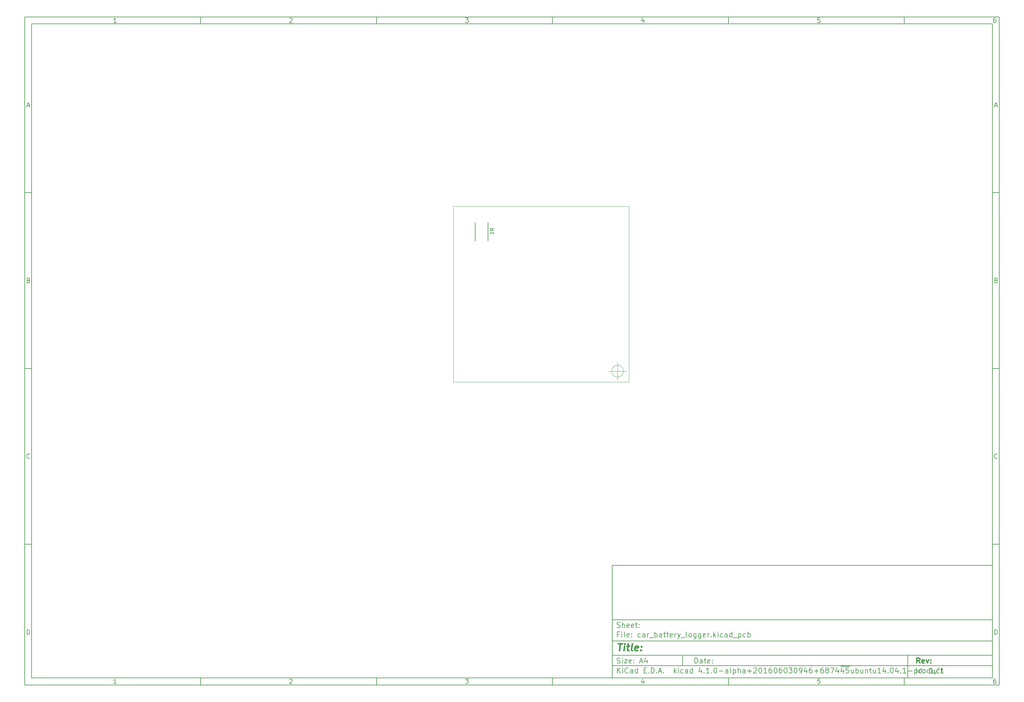
<source format=gbo>
G04 #@! TF.FileFunction,Legend,Bot*
%FSLAX46Y46*%
G04 Gerber Fmt 4.6, Leading zero omitted, Abs format (unit mm)*
G04 Created by KiCad (PCBNEW 4.1.0-alpha+201606030946+6874~45~ubuntu14.04.1-product) date Sun Jul  3 18:53:08 2016*
%MOMM*%
%LPD*%
G01*
G04 APERTURE LIST*
%ADD10C,0.100000*%
%ADD11C,0.150000*%
%ADD12C,0.300000*%
%ADD13C,0.400000*%
G04 APERTURE END LIST*
D10*
D11*
X177002200Y-166007200D02*
X177002200Y-198007200D01*
X285002200Y-198007200D01*
X285002200Y-166007200D01*
X177002200Y-166007200D01*
D10*
D11*
X10000000Y-10000000D02*
X10000000Y-200007200D01*
X287002200Y-200007200D01*
X287002200Y-10000000D01*
X10000000Y-10000000D01*
D10*
D11*
X12000000Y-12000000D02*
X12000000Y-198007200D01*
X285002200Y-198007200D01*
X285002200Y-12000000D01*
X12000000Y-12000000D01*
D10*
D11*
X60000000Y-12000000D02*
X60000000Y-10000000D01*
D10*
D11*
X110000000Y-12000000D02*
X110000000Y-10000000D01*
D10*
D11*
X160000000Y-12000000D02*
X160000000Y-10000000D01*
D10*
D11*
X210000000Y-12000000D02*
X210000000Y-10000000D01*
D10*
D11*
X260000000Y-12000000D02*
X260000000Y-10000000D01*
D10*
D11*
X36065476Y-11588095D02*
X35322619Y-11588095D01*
X35694047Y-11588095D02*
X35694047Y-10288095D01*
X35570238Y-10473809D01*
X35446428Y-10597619D01*
X35322619Y-10659523D01*
D10*
D11*
X85322619Y-10411904D02*
X85384523Y-10350000D01*
X85508333Y-10288095D01*
X85817857Y-10288095D01*
X85941666Y-10350000D01*
X86003571Y-10411904D01*
X86065476Y-10535714D01*
X86065476Y-10659523D01*
X86003571Y-10845238D01*
X85260714Y-11588095D01*
X86065476Y-11588095D01*
D10*
D11*
X135260714Y-10288095D02*
X136065476Y-10288095D01*
X135632142Y-10783333D01*
X135817857Y-10783333D01*
X135941666Y-10845238D01*
X136003571Y-10907142D01*
X136065476Y-11030952D01*
X136065476Y-11340476D01*
X136003571Y-11464285D01*
X135941666Y-11526190D01*
X135817857Y-11588095D01*
X135446428Y-11588095D01*
X135322619Y-11526190D01*
X135260714Y-11464285D01*
D10*
D11*
X185941666Y-10721428D02*
X185941666Y-11588095D01*
X185632142Y-10226190D02*
X185322619Y-11154761D01*
X186127380Y-11154761D01*
D10*
D11*
X236003571Y-10288095D02*
X235384523Y-10288095D01*
X235322619Y-10907142D01*
X235384523Y-10845238D01*
X235508333Y-10783333D01*
X235817857Y-10783333D01*
X235941666Y-10845238D01*
X236003571Y-10907142D01*
X236065476Y-11030952D01*
X236065476Y-11340476D01*
X236003571Y-11464285D01*
X235941666Y-11526190D01*
X235817857Y-11588095D01*
X235508333Y-11588095D01*
X235384523Y-11526190D01*
X235322619Y-11464285D01*
D10*
D11*
X285941666Y-10288095D02*
X285694047Y-10288095D01*
X285570238Y-10350000D01*
X285508333Y-10411904D01*
X285384523Y-10597619D01*
X285322619Y-10845238D01*
X285322619Y-11340476D01*
X285384523Y-11464285D01*
X285446428Y-11526190D01*
X285570238Y-11588095D01*
X285817857Y-11588095D01*
X285941666Y-11526190D01*
X286003571Y-11464285D01*
X286065476Y-11340476D01*
X286065476Y-11030952D01*
X286003571Y-10907142D01*
X285941666Y-10845238D01*
X285817857Y-10783333D01*
X285570238Y-10783333D01*
X285446428Y-10845238D01*
X285384523Y-10907142D01*
X285322619Y-11030952D01*
D10*
D11*
X60000000Y-198007200D02*
X60000000Y-200007200D01*
D10*
D11*
X110000000Y-198007200D02*
X110000000Y-200007200D01*
D10*
D11*
X160000000Y-198007200D02*
X160000000Y-200007200D01*
D10*
D11*
X210000000Y-198007200D02*
X210000000Y-200007200D01*
D10*
D11*
X260000000Y-198007200D02*
X260000000Y-200007200D01*
D10*
D11*
X36065476Y-199595295D02*
X35322619Y-199595295D01*
X35694047Y-199595295D02*
X35694047Y-198295295D01*
X35570238Y-198481009D01*
X35446428Y-198604819D01*
X35322619Y-198666723D01*
D10*
D11*
X85322619Y-198419104D02*
X85384523Y-198357200D01*
X85508333Y-198295295D01*
X85817857Y-198295295D01*
X85941666Y-198357200D01*
X86003571Y-198419104D01*
X86065476Y-198542914D01*
X86065476Y-198666723D01*
X86003571Y-198852438D01*
X85260714Y-199595295D01*
X86065476Y-199595295D01*
D10*
D11*
X135260714Y-198295295D02*
X136065476Y-198295295D01*
X135632142Y-198790533D01*
X135817857Y-198790533D01*
X135941666Y-198852438D01*
X136003571Y-198914342D01*
X136065476Y-199038152D01*
X136065476Y-199347676D01*
X136003571Y-199471485D01*
X135941666Y-199533390D01*
X135817857Y-199595295D01*
X135446428Y-199595295D01*
X135322619Y-199533390D01*
X135260714Y-199471485D01*
D10*
D11*
X185941666Y-198728628D02*
X185941666Y-199595295D01*
X185632142Y-198233390D02*
X185322619Y-199161961D01*
X186127380Y-199161961D01*
D10*
D11*
X236003571Y-198295295D02*
X235384523Y-198295295D01*
X235322619Y-198914342D01*
X235384523Y-198852438D01*
X235508333Y-198790533D01*
X235817857Y-198790533D01*
X235941666Y-198852438D01*
X236003571Y-198914342D01*
X236065476Y-199038152D01*
X236065476Y-199347676D01*
X236003571Y-199471485D01*
X235941666Y-199533390D01*
X235817857Y-199595295D01*
X235508333Y-199595295D01*
X235384523Y-199533390D01*
X235322619Y-199471485D01*
D10*
D11*
X285941666Y-198295295D02*
X285694047Y-198295295D01*
X285570238Y-198357200D01*
X285508333Y-198419104D01*
X285384523Y-198604819D01*
X285322619Y-198852438D01*
X285322619Y-199347676D01*
X285384523Y-199471485D01*
X285446428Y-199533390D01*
X285570238Y-199595295D01*
X285817857Y-199595295D01*
X285941666Y-199533390D01*
X286003571Y-199471485D01*
X286065476Y-199347676D01*
X286065476Y-199038152D01*
X286003571Y-198914342D01*
X285941666Y-198852438D01*
X285817857Y-198790533D01*
X285570238Y-198790533D01*
X285446428Y-198852438D01*
X285384523Y-198914342D01*
X285322619Y-199038152D01*
D10*
D11*
X10000000Y-60000000D02*
X12000000Y-60000000D01*
D10*
D11*
X10000000Y-110000000D02*
X12000000Y-110000000D01*
D10*
D11*
X10000000Y-160000000D02*
X12000000Y-160000000D01*
D10*
D11*
X10690476Y-35216666D02*
X11309523Y-35216666D01*
X10566666Y-35588095D02*
X11000000Y-34288095D01*
X11433333Y-35588095D01*
D10*
D11*
X11092857Y-84907142D02*
X11278571Y-84969047D01*
X11340476Y-85030952D01*
X11402380Y-85154761D01*
X11402380Y-85340476D01*
X11340476Y-85464285D01*
X11278571Y-85526190D01*
X11154761Y-85588095D01*
X10659523Y-85588095D01*
X10659523Y-84288095D01*
X11092857Y-84288095D01*
X11216666Y-84350000D01*
X11278571Y-84411904D01*
X11340476Y-84535714D01*
X11340476Y-84659523D01*
X11278571Y-84783333D01*
X11216666Y-84845238D01*
X11092857Y-84907142D01*
X10659523Y-84907142D01*
D10*
D11*
X11402380Y-135464285D02*
X11340476Y-135526190D01*
X11154761Y-135588095D01*
X11030952Y-135588095D01*
X10845238Y-135526190D01*
X10721428Y-135402380D01*
X10659523Y-135278571D01*
X10597619Y-135030952D01*
X10597619Y-134845238D01*
X10659523Y-134597619D01*
X10721428Y-134473809D01*
X10845238Y-134350000D01*
X11030952Y-134288095D01*
X11154761Y-134288095D01*
X11340476Y-134350000D01*
X11402380Y-134411904D01*
D10*
D11*
X10659523Y-185588095D02*
X10659523Y-184288095D01*
X10969047Y-184288095D01*
X11154761Y-184350000D01*
X11278571Y-184473809D01*
X11340476Y-184597619D01*
X11402380Y-184845238D01*
X11402380Y-185030952D01*
X11340476Y-185278571D01*
X11278571Y-185402380D01*
X11154761Y-185526190D01*
X10969047Y-185588095D01*
X10659523Y-185588095D01*
D10*
D11*
X287002200Y-60000000D02*
X285002200Y-60000000D01*
D10*
D11*
X287002200Y-110000000D02*
X285002200Y-110000000D01*
D10*
D11*
X287002200Y-160000000D02*
X285002200Y-160000000D01*
D10*
D11*
X285692676Y-35216666D02*
X286311723Y-35216666D01*
X285568866Y-35588095D02*
X286002200Y-34288095D01*
X286435533Y-35588095D01*
D10*
D11*
X286095057Y-84907142D02*
X286280771Y-84969047D01*
X286342676Y-85030952D01*
X286404580Y-85154761D01*
X286404580Y-85340476D01*
X286342676Y-85464285D01*
X286280771Y-85526190D01*
X286156961Y-85588095D01*
X285661723Y-85588095D01*
X285661723Y-84288095D01*
X286095057Y-84288095D01*
X286218866Y-84350000D01*
X286280771Y-84411904D01*
X286342676Y-84535714D01*
X286342676Y-84659523D01*
X286280771Y-84783333D01*
X286218866Y-84845238D01*
X286095057Y-84907142D01*
X285661723Y-84907142D01*
D10*
D11*
X286404580Y-135464285D02*
X286342676Y-135526190D01*
X286156961Y-135588095D01*
X286033152Y-135588095D01*
X285847438Y-135526190D01*
X285723628Y-135402380D01*
X285661723Y-135278571D01*
X285599819Y-135030952D01*
X285599819Y-134845238D01*
X285661723Y-134597619D01*
X285723628Y-134473809D01*
X285847438Y-134350000D01*
X286033152Y-134288095D01*
X286156961Y-134288095D01*
X286342676Y-134350000D01*
X286404580Y-134411904D01*
D10*
D11*
X285661723Y-185588095D02*
X285661723Y-184288095D01*
X285971247Y-184288095D01*
X286156961Y-184350000D01*
X286280771Y-184473809D01*
X286342676Y-184597619D01*
X286404580Y-184845238D01*
X286404580Y-185030952D01*
X286342676Y-185278571D01*
X286280771Y-185402380D01*
X286156961Y-185526190D01*
X285971247Y-185588095D01*
X285661723Y-185588095D01*
D10*
D11*
X200434342Y-193785771D02*
X200434342Y-192285771D01*
X200791485Y-192285771D01*
X201005771Y-192357200D01*
X201148628Y-192500057D01*
X201220057Y-192642914D01*
X201291485Y-192928628D01*
X201291485Y-193142914D01*
X201220057Y-193428628D01*
X201148628Y-193571485D01*
X201005771Y-193714342D01*
X200791485Y-193785771D01*
X200434342Y-193785771D01*
X202577200Y-193785771D02*
X202577200Y-193000057D01*
X202505771Y-192857200D01*
X202362914Y-192785771D01*
X202077200Y-192785771D01*
X201934342Y-192857200D01*
X202577200Y-193714342D02*
X202434342Y-193785771D01*
X202077200Y-193785771D01*
X201934342Y-193714342D01*
X201862914Y-193571485D01*
X201862914Y-193428628D01*
X201934342Y-193285771D01*
X202077200Y-193214342D01*
X202434342Y-193214342D01*
X202577200Y-193142914D01*
X203077200Y-192785771D02*
X203648628Y-192785771D01*
X203291485Y-192285771D02*
X203291485Y-193571485D01*
X203362914Y-193714342D01*
X203505771Y-193785771D01*
X203648628Y-193785771D01*
X204720057Y-193714342D02*
X204577200Y-193785771D01*
X204291485Y-193785771D01*
X204148628Y-193714342D01*
X204077200Y-193571485D01*
X204077200Y-193000057D01*
X204148628Y-192857200D01*
X204291485Y-192785771D01*
X204577200Y-192785771D01*
X204720057Y-192857200D01*
X204791485Y-193000057D01*
X204791485Y-193142914D01*
X204077200Y-193285771D01*
X205434342Y-193642914D02*
X205505771Y-193714342D01*
X205434342Y-193785771D01*
X205362914Y-193714342D01*
X205434342Y-193642914D01*
X205434342Y-193785771D01*
X205434342Y-192857200D02*
X205505771Y-192928628D01*
X205434342Y-193000057D01*
X205362914Y-192928628D01*
X205434342Y-192857200D01*
X205434342Y-193000057D01*
D10*
D11*
X177002200Y-194507200D02*
X285002200Y-194507200D01*
D10*
D11*
X178434342Y-196585771D02*
X178434342Y-195085771D01*
X179291485Y-196585771D02*
X178648628Y-195728628D01*
X179291485Y-195085771D02*
X178434342Y-195942914D01*
X179934342Y-196585771D02*
X179934342Y-195585771D01*
X179934342Y-195085771D02*
X179862914Y-195157200D01*
X179934342Y-195228628D01*
X180005771Y-195157200D01*
X179934342Y-195085771D01*
X179934342Y-195228628D01*
X181505771Y-196442914D02*
X181434342Y-196514342D01*
X181220057Y-196585771D01*
X181077200Y-196585771D01*
X180862914Y-196514342D01*
X180720057Y-196371485D01*
X180648628Y-196228628D01*
X180577200Y-195942914D01*
X180577200Y-195728628D01*
X180648628Y-195442914D01*
X180720057Y-195300057D01*
X180862914Y-195157200D01*
X181077200Y-195085771D01*
X181220057Y-195085771D01*
X181434342Y-195157200D01*
X181505771Y-195228628D01*
X182791485Y-196585771D02*
X182791485Y-195800057D01*
X182720057Y-195657200D01*
X182577200Y-195585771D01*
X182291485Y-195585771D01*
X182148628Y-195657200D01*
X182791485Y-196514342D02*
X182648628Y-196585771D01*
X182291485Y-196585771D01*
X182148628Y-196514342D01*
X182077200Y-196371485D01*
X182077200Y-196228628D01*
X182148628Y-196085771D01*
X182291485Y-196014342D01*
X182648628Y-196014342D01*
X182791485Y-195942914D01*
X184148628Y-196585771D02*
X184148628Y-195085771D01*
X184148628Y-196514342D02*
X184005771Y-196585771D01*
X183720057Y-196585771D01*
X183577200Y-196514342D01*
X183505771Y-196442914D01*
X183434342Y-196300057D01*
X183434342Y-195871485D01*
X183505771Y-195728628D01*
X183577200Y-195657200D01*
X183720057Y-195585771D01*
X184005771Y-195585771D01*
X184148628Y-195657200D01*
X186005771Y-195800057D02*
X186505771Y-195800057D01*
X186720057Y-196585771D02*
X186005771Y-196585771D01*
X186005771Y-195085771D01*
X186720057Y-195085771D01*
X187362914Y-196442914D02*
X187434342Y-196514342D01*
X187362914Y-196585771D01*
X187291485Y-196514342D01*
X187362914Y-196442914D01*
X187362914Y-196585771D01*
X188077200Y-196585771D02*
X188077200Y-195085771D01*
X188434342Y-195085771D01*
X188648628Y-195157200D01*
X188791485Y-195300057D01*
X188862914Y-195442914D01*
X188934342Y-195728628D01*
X188934342Y-195942914D01*
X188862914Y-196228628D01*
X188791485Y-196371485D01*
X188648628Y-196514342D01*
X188434342Y-196585771D01*
X188077200Y-196585771D01*
X189577200Y-196442914D02*
X189648628Y-196514342D01*
X189577200Y-196585771D01*
X189505771Y-196514342D01*
X189577200Y-196442914D01*
X189577200Y-196585771D01*
X190220057Y-196157200D02*
X190934342Y-196157200D01*
X190077200Y-196585771D02*
X190577200Y-195085771D01*
X191077200Y-196585771D01*
X191577200Y-196442914D02*
X191648628Y-196514342D01*
X191577200Y-196585771D01*
X191505771Y-196514342D01*
X191577200Y-196442914D01*
X191577200Y-196585771D01*
X194577200Y-196585771D02*
X194577200Y-195085771D01*
X194720057Y-196014342D02*
X195148628Y-196585771D01*
X195148628Y-195585771D02*
X194577200Y-196157200D01*
X195791485Y-196585771D02*
X195791485Y-195585771D01*
X195791485Y-195085771D02*
X195720057Y-195157200D01*
X195791485Y-195228628D01*
X195862914Y-195157200D01*
X195791485Y-195085771D01*
X195791485Y-195228628D01*
X197148628Y-196514342D02*
X197005771Y-196585771D01*
X196720057Y-196585771D01*
X196577200Y-196514342D01*
X196505771Y-196442914D01*
X196434342Y-196300057D01*
X196434342Y-195871485D01*
X196505771Y-195728628D01*
X196577200Y-195657200D01*
X196720057Y-195585771D01*
X197005771Y-195585771D01*
X197148628Y-195657200D01*
X198434342Y-196585771D02*
X198434342Y-195800057D01*
X198362914Y-195657200D01*
X198220057Y-195585771D01*
X197934342Y-195585771D01*
X197791485Y-195657200D01*
X198434342Y-196514342D02*
X198291485Y-196585771D01*
X197934342Y-196585771D01*
X197791485Y-196514342D01*
X197720057Y-196371485D01*
X197720057Y-196228628D01*
X197791485Y-196085771D01*
X197934342Y-196014342D01*
X198291485Y-196014342D01*
X198434342Y-195942914D01*
X199791485Y-196585771D02*
X199791485Y-195085771D01*
X199791485Y-196514342D02*
X199648628Y-196585771D01*
X199362914Y-196585771D01*
X199220057Y-196514342D01*
X199148628Y-196442914D01*
X199077200Y-196300057D01*
X199077200Y-195871485D01*
X199148628Y-195728628D01*
X199220057Y-195657200D01*
X199362914Y-195585771D01*
X199648628Y-195585771D01*
X199791485Y-195657200D01*
X202291485Y-195585771D02*
X202291485Y-196585771D01*
X201934342Y-195014342D02*
X201577200Y-196085771D01*
X202505771Y-196085771D01*
X203077200Y-196442914D02*
X203148628Y-196514342D01*
X203077200Y-196585771D01*
X203005771Y-196514342D01*
X203077200Y-196442914D01*
X203077200Y-196585771D01*
X204577200Y-196585771D02*
X203720057Y-196585771D01*
X204148628Y-196585771D02*
X204148628Y-195085771D01*
X204005771Y-195300057D01*
X203862914Y-195442914D01*
X203720057Y-195514342D01*
X205220057Y-196442914D02*
X205291485Y-196514342D01*
X205220057Y-196585771D01*
X205148628Y-196514342D01*
X205220057Y-196442914D01*
X205220057Y-196585771D01*
X206220057Y-195085771D02*
X206362914Y-195085771D01*
X206505771Y-195157200D01*
X206577200Y-195228628D01*
X206648628Y-195371485D01*
X206720057Y-195657200D01*
X206720057Y-196014342D01*
X206648628Y-196300057D01*
X206577200Y-196442914D01*
X206505771Y-196514342D01*
X206362914Y-196585771D01*
X206220057Y-196585771D01*
X206077200Y-196514342D01*
X206005771Y-196442914D01*
X205934342Y-196300057D01*
X205862914Y-196014342D01*
X205862914Y-195657200D01*
X205934342Y-195371485D01*
X206005771Y-195228628D01*
X206077200Y-195157200D01*
X206220057Y-195085771D01*
X207362914Y-196014342D02*
X208505771Y-196014342D01*
X209862914Y-196585771D02*
X209862914Y-195800057D01*
X209791485Y-195657200D01*
X209648628Y-195585771D01*
X209362914Y-195585771D01*
X209220057Y-195657200D01*
X209862914Y-196514342D02*
X209720057Y-196585771D01*
X209362914Y-196585771D01*
X209220057Y-196514342D01*
X209148628Y-196371485D01*
X209148628Y-196228628D01*
X209220057Y-196085771D01*
X209362914Y-196014342D01*
X209720057Y-196014342D01*
X209862914Y-195942914D01*
X210791485Y-196585771D02*
X210648628Y-196514342D01*
X210577200Y-196371485D01*
X210577200Y-195085771D01*
X211362914Y-195585771D02*
X211362914Y-197085771D01*
X211362914Y-195657200D02*
X211505771Y-195585771D01*
X211791485Y-195585771D01*
X211934342Y-195657200D01*
X212005771Y-195728628D01*
X212077200Y-195871485D01*
X212077200Y-196300057D01*
X212005771Y-196442914D01*
X211934342Y-196514342D01*
X211791485Y-196585771D01*
X211505771Y-196585771D01*
X211362914Y-196514342D01*
X212720057Y-196585771D02*
X212720057Y-195085771D01*
X213362914Y-196585771D02*
X213362914Y-195800057D01*
X213291485Y-195657200D01*
X213148628Y-195585771D01*
X212934342Y-195585771D01*
X212791485Y-195657200D01*
X212720057Y-195728628D01*
X214720057Y-196585771D02*
X214720057Y-195800057D01*
X214648628Y-195657200D01*
X214505771Y-195585771D01*
X214220057Y-195585771D01*
X214077200Y-195657200D01*
X214720057Y-196514342D02*
X214577200Y-196585771D01*
X214220057Y-196585771D01*
X214077200Y-196514342D01*
X214005771Y-196371485D01*
X214005771Y-196228628D01*
X214077200Y-196085771D01*
X214220057Y-196014342D01*
X214577200Y-196014342D01*
X214720057Y-195942914D01*
X215434342Y-196014342D02*
X216577200Y-196014342D01*
X216005771Y-196585771D02*
X216005771Y-195442914D01*
X217220057Y-195228628D02*
X217291485Y-195157200D01*
X217434342Y-195085771D01*
X217791485Y-195085771D01*
X217934342Y-195157200D01*
X218005771Y-195228628D01*
X218077200Y-195371485D01*
X218077200Y-195514342D01*
X218005771Y-195728628D01*
X217148628Y-196585771D01*
X218077200Y-196585771D01*
X219005771Y-195085771D02*
X219148628Y-195085771D01*
X219291485Y-195157200D01*
X219362914Y-195228628D01*
X219434342Y-195371485D01*
X219505771Y-195657200D01*
X219505771Y-196014342D01*
X219434342Y-196300057D01*
X219362914Y-196442914D01*
X219291485Y-196514342D01*
X219148628Y-196585771D01*
X219005771Y-196585771D01*
X218862914Y-196514342D01*
X218791485Y-196442914D01*
X218720057Y-196300057D01*
X218648628Y-196014342D01*
X218648628Y-195657200D01*
X218720057Y-195371485D01*
X218791485Y-195228628D01*
X218862914Y-195157200D01*
X219005771Y-195085771D01*
X220934342Y-196585771D02*
X220077200Y-196585771D01*
X220505771Y-196585771D02*
X220505771Y-195085771D01*
X220362914Y-195300057D01*
X220220057Y-195442914D01*
X220077200Y-195514342D01*
X222220057Y-195085771D02*
X221934342Y-195085771D01*
X221791485Y-195157200D01*
X221720057Y-195228628D01*
X221577200Y-195442914D01*
X221505771Y-195728628D01*
X221505771Y-196300057D01*
X221577200Y-196442914D01*
X221648628Y-196514342D01*
X221791485Y-196585771D01*
X222077200Y-196585771D01*
X222220057Y-196514342D01*
X222291485Y-196442914D01*
X222362914Y-196300057D01*
X222362914Y-195942914D01*
X222291485Y-195800057D01*
X222220057Y-195728628D01*
X222077200Y-195657200D01*
X221791485Y-195657200D01*
X221648628Y-195728628D01*
X221577200Y-195800057D01*
X221505771Y-195942914D01*
X223291485Y-195085771D02*
X223434342Y-195085771D01*
X223577200Y-195157200D01*
X223648628Y-195228628D01*
X223720057Y-195371485D01*
X223791485Y-195657200D01*
X223791485Y-196014342D01*
X223720057Y-196300057D01*
X223648628Y-196442914D01*
X223577200Y-196514342D01*
X223434342Y-196585771D01*
X223291485Y-196585771D01*
X223148628Y-196514342D01*
X223077200Y-196442914D01*
X223005771Y-196300057D01*
X222934342Y-196014342D01*
X222934342Y-195657200D01*
X223005771Y-195371485D01*
X223077200Y-195228628D01*
X223148628Y-195157200D01*
X223291485Y-195085771D01*
X225077200Y-195085771D02*
X224791485Y-195085771D01*
X224648628Y-195157200D01*
X224577200Y-195228628D01*
X224434342Y-195442914D01*
X224362914Y-195728628D01*
X224362914Y-196300057D01*
X224434342Y-196442914D01*
X224505771Y-196514342D01*
X224648628Y-196585771D01*
X224934342Y-196585771D01*
X225077200Y-196514342D01*
X225148628Y-196442914D01*
X225220057Y-196300057D01*
X225220057Y-195942914D01*
X225148628Y-195800057D01*
X225077200Y-195728628D01*
X224934342Y-195657200D01*
X224648628Y-195657200D01*
X224505771Y-195728628D01*
X224434342Y-195800057D01*
X224362914Y-195942914D01*
X226148628Y-195085771D02*
X226291485Y-195085771D01*
X226434342Y-195157200D01*
X226505771Y-195228628D01*
X226577200Y-195371485D01*
X226648628Y-195657200D01*
X226648628Y-196014342D01*
X226577200Y-196300057D01*
X226505771Y-196442914D01*
X226434342Y-196514342D01*
X226291485Y-196585771D01*
X226148628Y-196585771D01*
X226005771Y-196514342D01*
X225934342Y-196442914D01*
X225862914Y-196300057D01*
X225791485Y-196014342D01*
X225791485Y-195657200D01*
X225862914Y-195371485D01*
X225934342Y-195228628D01*
X226005771Y-195157200D01*
X226148628Y-195085771D01*
X227148628Y-195085771D02*
X228077200Y-195085771D01*
X227577200Y-195657200D01*
X227791485Y-195657200D01*
X227934342Y-195728628D01*
X228005771Y-195800057D01*
X228077200Y-195942914D01*
X228077200Y-196300057D01*
X228005771Y-196442914D01*
X227934342Y-196514342D01*
X227791485Y-196585771D01*
X227362914Y-196585771D01*
X227220057Y-196514342D01*
X227148628Y-196442914D01*
X229005771Y-195085771D02*
X229148628Y-195085771D01*
X229291485Y-195157200D01*
X229362914Y-195228628D01*
X229434342Y-195371485D01*
X229505771Y-195657200D01*
X229505771Y-196014342D01*
X229434342Y-196300057D01*
X229362914Y-196442914D01*
X229291485Y-196514342D01*
X229148628Y-196585771D01*
X229005771Y-196585771D01*
X228862914Y-196514342D01*
X228791485Y-196442914D01*
X228720057Y-196300057D01*
X228648628Y-196014342D01*
X228648628Y-195657200D01*
X228720057Y-195371485D01*
X228791485Y-195228628D01*
X228862914Y-195157200D01*
X229005771Y-195085771D01*
X230220057Y-196585771D02*
X230505771Y-196585771D01*
X230648628Y-196514342D01*
X230720057Y-196442914D01*
X230862914Y-196228628D01*
X230934342Y-195942914D01*
X230934342Y-195371485D01*
X230862914Y-195228628D01*
X230791485Y-195157200D01*
X230648628Y-195085771D01*
X230362914Y-195085771D01*
X230220057Y-195157200D01*
X230148628Y-195228628D01*
X230077199Y-195371485D01*
X230077199Y-195728628D01*
X230148628Y-195871485D01*
X230220057Y-195942914D01*
X230362914Y-196014342D01*
X230648628Y-196014342D01*
X230791485Y-195942914D01*
X230862914Y-195871485D01*
X230934342Y-195728628D01*
X232220057Y-195585771D02*
X232220057Y-196585771D01*
X231862914Y-195014342D02*
X231505771Y-196085771D01*
X232434342Y-196085771D01*
X233648628Y-195085771D02*
X233362914Y-195085771D01*
X233220057Y-195157200D01*
X233148628Y-195228628D01*
X233005771Y-195442914D01*
X232934342Y-195728628D01*
X232934342Y-196300057D01*
X233005771Y-196442914D01*
X233077199Y-196514342D01*
X233220057Y-196585771D01*
X233505771Y-196585771D01*
X233648628Y-196514342D01*
X233720057Y-196442914D01*
X233791485Y-196300057D01*
X233791485Y-195942914D01*
X233720057Y-195800057D01*
X233648628Y-195728628D01*
X233505771Y-195657200D01*
X233220057Y-195657200D01*
X233077199Y-195728628D01*
X233005771Y-195800057D01*
X232934342Y-195942914D01*
X234434342Y-196014342D02*
X235577199Y-196014342D01*
X235005771Y-196585771D02*
X235005771Y-195442914D01*
X236934342Y-195085771D02*
X236648628Y-195085771D01*
X236505771Y-195157200D01*
X236434342Y-195228628D01*
X236291485Y-195442914D01*
X236220057Y-195728628D01*
X236220057Y-196300057D01*
X236291485Y-196442914D01*
X236362914Y-196514342D01*
X236505771Y-196585771D01*
X236791485Y-196585771D01*
X236934342Y-196514342D01*
X237005771Y-196442914D01*
X237077199Y-196300057D01*
X237077199Y-195942914D01*
X237005771Y-195800057D01*
X236934342Y-195728628D01*
X236791485Y-195657200D01*
X236505771Y-195657200D01*
X236362914Y-195728628D01*
X236291485Y-195800057D01*
X236220057Y-195942914D01*
X237934342Y-195728628D02*
X237791485Y-195657200D01*
X237720057Y-195585771D01*
X237648628Y-195442914D01*
X237648628Y-195371485D01*
X237720057Y-195228628D01*
X237791485Y-195157200D01*
X237934342Y-195085771D01*
X238220057Y-195085771D01*
X238362914Y-195157200D01*
X238434342Y-195228628D01*
X238505771Y-195371485D01*
X238505771Y-195442914D01*
X238434342Y-195585771D01*
X238362914Y-195657200D01*
X238220057Y-195728628D01*
X237934342Y-195728628D01*
X237791485Y-195800057D01*
X237720057Y-195871485D01*
X237648628Y-196014342D01*
X237648628Y-196300057D01*
X237720057Y-196442914D01*
X237791485Y-196514342D01*
X237934342Y-196585771D01*
X238220057Y-196585771D01*
X238362914Y-196514342D01*
X238434342Y-196442914D01*
X238505771Y-196300057D01*
X238505771Y-196014342D01*
X238434342Y-195871485D01*
X238362914Y-195800057D01*
X238220057Y-195728628D01*
X239005771Y-195085771D02*
X240005771Y-195085771D01*
X239362914Y-196585771D01*
X241220057Y-195585771D02*
X241220057Y-196585771D01*
X240862914Y-195014342D02*
X240505771Y-196085771D01*
X241434342Y-196085771D01*
X241896128Y-194677200D02*
X243077199Y-194677200D01*
X242648628Y-195585771D02*
X242648628Y-196585771D01*
X242291485Y-195014342D02*
X241934342Y-196085771D01*
X242862914Y-196085771D01*
X243077199Y-194677200D02*
X244505771Y-194677200D01*
X244148628Y-195085771D02*
X243434342Y-195085771D01*
X243362914Y-195800057D01*
X243434342Y-195728628D01*
X243577199Y-195657200D01*
X243934342Y-195657200D01*
X244077199Y-195728628D01*
X244148628Y-195800057D01*
X244220057Y-195942914D01*
X244220057Y-196300057D01*
X244148628Y-196442914D01*
X244077199Y-196514342D01*
X243934342Y-196585771D01*
X243577199Y-196585771D01*
X243434342Y-196514342D01*
X243362914Y-196442914D01*
X245505771Y-195585771D02*
X245505771Y-196585771D01*
X244862914Y-195585771D02*
X244862914Y-196371485D01*
X244934342Y-196514342D01*
X245077199Y-196585771D01*
X245291485Y-196585771D01*
X245434342Y-196514342D01*
X245505771Y-196442914D01*
X246220057Y-196585771D02*
X246220057Y-195085771D01*
X246220057Y-195657200D02*
X246362914Y-195585771D01*
X246648628Y-195585771D01*
X246791485Y-195657200D01*
X246862914Y-195728628D01*
X246934342Y-195871485D01*
X246934342Y-196300057D01*
X246862914Y-196442914D01*
X246791485Y-196514342D01*
X246648628Y-196585771D01*
X246362914Y-196585771D01*
X246220057Y-196514342D01*
X248220057Y-195585771D02*
X248220057Y-196585771D01*
X247577199Y-195585771D02*
X247577199Y-196371485D01*
X247648628Y-196514342D01*
X247791485Y-196585771D01*
X248005771Y-196585771D01*
X248148628Y-196514342D01*
X248220057Y-196442914D01*
X248934342Y-195585771D02*
X248934342Y-196585771D01*
X248934342Y-195728628D02*
X249005771Y-195657200D01*
X249148628Y-195585771D01*
X249362914Y-195585771D01*
X249505771Y-195657200D01*
X249577199Y-195800057D01*
X249577199Y-196585771D01*
X250077199Y-195585771D02*
X250648628Y-195585771D01*
X250291485Y-195085771D02*
X250291485Y-196371485D01*
X250362914Y-196514342D01*
X250505771Y-196585771D01*
X250648628Y-196585771D01*
X251791485Y-195585771D02*
X251791485Y-196585771D01*
X251148628Y-195585771D02*
X251148628Y-196371485D01*
X251220057Y-196514342D01*
X251362914Y-196585771D01*
X251577199Y-196585771D01*
X251720057Y-196514342D01*
X251791485Y-196442914D01*
X253291485Y-196585771D02*
X252434342Y-196585771D01*
X252862914Y-196585771D02*
X252862914Y-195085771D01*
X252720057Y-195300057D01*
X252577199Y-195442914D01*
X252434342Y-195514342D01*
X254577199Y-195585771D02*
X254577199Y-196585771D01*
X254220057Y-195014342D02*
X253862914Y-196085771D01*
X254791485Y-196085771D01*
X255362914Y-196442914D02*
X255434342Y-196514342D01*
X255362914Y-196585771D01*
X255291485Y-196514342D01*
X255362914Y-196442914D01*
X255362914Y-196585771D01*
X256362914Y-195085771D02*
X256505771Y-195085771D01*
X256648628Y-195157200D01*
X256720057Y-195228628D01*
X256791485Y-195371485D01*
X256862914Y-195657200D01*
X256862914Y-196014342D01*
X256791485Y-196300057D01*
X256720057Y-196442914D01*
X256648628Y-196514342D01*
X256505771Y-196585771D01*
X256362914Y-196585771D01*
X256220057Y-196514342D01*
X256148628Y-196442914D01*
X256077199Y-196300057D01*
X256005771Y-196014342D01*
X256005771Y-195657200D01*
X256077199Y-195371485D01*
X256148628Y-195228628D01*
X256220057Y-195157200D01*
X256362914Y-195085771D01*
X258148628Y-195585771D02*
X258148628Y-196585771D01*
X257791485Y-195014342D02*
X257434342Y-196085771D01*
X258362914Y-196085771D01*
X258934342Y-196442914D02*
X259005771Y-196514342D01*
X258934342Y-196585771D01*
X258862914Y-196514342D01*
X258934342Y-196442914D01*
X258934342Y-196585771D01*
X260434342Y-196585771D02*
X259577199Y-196585771D01*
X260005771Y-196585771D02*
X260005771Y-195085771D01*
X259862914Y-195300057D01*
X259720057Y-195442914D01*
X259577199Y-195514342D01*
X261077199Y-196014342D02*
X262220057Y-196014342D01*
X262934342Y-195585771D02*
X262934342Y-197085771D01*
X262934342Y-195657200D02*
X263077199Y-195585771D01*
X263362914Y-195585771D01*
X263505771Y-195657200D01*
X263577199Y-195728628D01*
X263648628Y-195871485D01*
X263648628Y-196300057D01*
X263577199Y-196442914D01*
X263505771Y-196514342D01*
X263362914Y-196585771D01*
X263077199Y-196585771D01*
X262934342Y-196514342D01*
X264291485Y-196585771D02*
X264291485Y-195585771D01*
X264291485Y-195871485D02*
X264362914Y-195728628D01*
X264434342Y-195657200D01*
X264577199Y-195585771D01*
X264720057Y-195585771D01*
X265434342Y-196585771D02*
X265291485Y-196514342D01*
X265220057Y-196442914D01*
X265148628Y-196300057D01*
X265148628Y-195871485D01*
X265220057Y-195728628D01*
X265291485Y-195657200D01*
X265434342Y-195585771D01*
X265648628Y-195585771D01*
X265791485Y-195657200D01*
X265862914Y-195728628D01*
X265934342Y-195871485D01*
X265934342Y-196300057D01*
X265862914Y-196442914D01*
X265791485Y-196514342D01*
X265648628Y-196585771D01*
X265434342Y-196585771D01*
X267220057Y-196585771D02*
X267220057Y-195085771D01*
X267220057Y-196514342D02*
X267077199Y-196585771D01*
X266791485Y-196585771D01*
X266648628Y-196514342D01*
X266577199Y-196442914D01*
X266505771Y-196300057D01*
X266505771Y-195871485D01*
X266577199Y-195728628D01*
X266648628Y-195657200D01*
X266791485Y-195585771D01*
X267077199Y-195585771D01*
X267220057Y-195657200D01*
X268577199Y-195585771D02*
X268577199Y-196585771D01*
X267934342Y-195585771D02*
X267934342Y-196371485D01*
X268005771Y-196514342D01*
X268148628Y-196585771D01*
X268362914Y-196585771D01*
X268505771Y-196514342D01*
X268577199Y-196442914D01*
X269934342Y-196514342D02*
X269791485Y-196585771D01*
X269505771Y-196585771D01*
X269362914Y-196514342D01*
X269291485Y-196442914D01*
X269220057Y-196300057D01*
X269220057Y-195871485D01*
X269291485Y-195728628D01*
X269362914Y-195657200D01*
X269505771Y-195585771D01*
X269791485Y-195585771D01*
X269934342Y-195657200D01*
X270362914Y-195585771D02*
X270934342Y-195585771D01*
X270577199Y-195085771D02*
X270577199Y-196371485D01*
X270648628Y-196514342D01*
X270791485Y-196585771D01*
X270934342Y-196585771D01*
D10*
D11*
X177002200Y-191507200D02*
X285002200Y-191507200D01*
D10*
D12*
X264411485Y-193785771D02*
X263911485Y-193071485D01*
X263554342Y-193785771D02*
X263554342Y-192285771D01*
X264125771Y-192285771D01*
X264268628Y-192357200D01*
X264340057Y-192428628D01*
X264411485Y-192571485D01*
X264411485Y-192785771D01*
X264340057Y-192928628D01*
X264268628Y-193000057D01*
X264125771Y-193071485D01*
X263554342Y-193071485D01*
X265625771Y-193714342D02*
X265482914Y-193785771D01*
X265197200Y-193785771D01*
X265054342Y-193714342D01*
X264982914Y-193571485D01*
X264982914Y-193000057D01*
X265054342Y-192857200D01*
X265197200Y-192785771D01*
X265482914Y-192785771D01*
X265625771Y-192857200D01*
X265697200Y-193000057D01*
X265697200Y-193142914D01*
X264982914Y-193285771D01*
X266197200Y-192785771D02*
X266554342Y-193785771D01*
X266911485Y-192785771D01*
X267482914Y-193642914D02*
X267554342Y-193714342D01*
X267482914Y-193785771D01*
X267411485Y-193714342D01*
X267482914Y-193642914D01*
X267482914Y-193785771D01*
X267482914Y-192857200D02*
X267554342Y-192928628D01*
X267482914Y-193000057D01*
X267411485Y-192928628D01*
X267482914Y-192857200D01*
X267482914Y-193000057D01*
D10*
D11*
X178362914Y-193714342D02*
X178577200Y-193785771D01*
X178934342Y-193785771D01*
X179077200Y-193714342D01*
X179148628Y-193642914D01*
X179220057Y-193500057D01*
X179220057Y-193357200D01*
X179148628Y-193214342D01*
X179077200Y-193142914D01*
X178934342Y-193071485D01*
X178648628Y-193000057D01*
X178505771Y-192928628D01*
X178434342Y-192857200D01*
X178362914Y-192714342D01*
X178362914Y-192571485D01*
X178434342Y-192428628D01*
X178505771Y-192357200D01*
X178648628Y-192285771D01*
X179005771Y-192285771D01*
X179220057Y-192357200D01*
X179862914Y-193785771D02*
X179862914Y-192785771D01*
X179862914Y-192285771D02*
X179791485Y-192357200D01*
X179862914Y-192428628D01*
X179934342Y-192357200D01*
X179862914Y-192285771D01*
X179862914Y-192428628D01*
X180434342Y-192785771D02*
X181220057Y-192785771D01*
X180434342Y-193785771D01*
X181220057Y-193785771D01*
X182362914Y-193714342D02*
X182220057Y-193785771D01*
X181934342Y-193785771D01*
X181791485Y-193714342D01*
X181720057Y-193571485D01*
X181720057Y-193000057D01*
X181791485Y-192857200D01*
X181934342Y-192785771D01*
X182220057Y-192785771D01*
X182362914Y-192857200D01*
X182434342Y-193000057D01*
X182434342Y-193142914D01*
X181720057Y-193285771D01*
X183077200Y-193642914D02*
X183148628Y-193714342D01*
X183077200Y-193785771D01*
X183005771Y-193714342D01*
X183077200Y-193642914D01*
X183077200Y-193785771D01*
X183077200Y-192857200D02*
X183148628Y-192928628D01*
X183077200Y-193000057D01*
X183005771Y-192928628D01*
X183077200Y-192857200D01*
X183077200Y-193000057D01*
X184862914Y-193357200D02*
X185577200Y-193357200D01*
X184720057Y-193785771D02*
X185220057Y-192285771D01*
X185720057Y-193785771D01*
X186862914Y-192785771D02*
X186862914Y-193785771D01*
X186505771Y-192214342D02*
X186148628Y-193285771D01*
X187077200Y-193285771D01*
D10*
D11*
X263434342Y-196585771D02*
X263434342Y-195085771D01*
X264791485Y-196585771D02*
X264791485Y-195085771D01*
X264791485Y-196514342D02*
X264648628Y-196585771D01*
X264362914Y-196585771D01*
X264220057Y-196514342D01*
X264148628Y-196442914D01*
X264077200Y-196300057D01*
X264077200Y-195871485D01*
X264148628Y-195728628D01*
X264220057Y-195657200D01*
X264362914Y-195585771D01*
X264648628Y-195585771D01*
X264791485Y-195657200D01*
X265505771Y-196442914D02*
X265577200Y-196514342D01*
X265505771Y-196585771D01*
X265434342Y-196514342D01*
X265505771Y-196442914D01*
X265505771Y-196585771D01*
X265505771Y-195657200D02*
X265577200Y-195728628D01*
X265505771Y-195800057D01*
X265434342Y-195728628D01*
X265505771Y-195657200D01*
X265505771Y-195800057D01*
X268148628Y-196585771D02*
X267291485Y-196585771D01*
X267720057Y-196585771D02*
X267720057Y-195085771D01*
X267577200Y-195300057D01*
X267434342Y-195442914D01*
X267291485Y-195514342D01*
X269862914Y-195014342D02*
X268577200Y-196942914D01*
X271148628Y-196585771D02*
X270291485Y-196585771D01*
X270720057Y-196585771D02*
X270720057Y-195085771D01*
X270577200Y-195300057D01*
X270434342Y-195442914D01*
X270291485Y-195514342D01*
D10*
D11*
X177002200Y-187507200D02*
X285002200Y-187507200D01*
D10*
D13*
X178714580Y-188211961D02*
X179857438Y-188211961D01*
X179036009Y-190211961D02*
X179286009Y-188211961D01*
X180274104Y-190211961D02*
X180440771Y-188878628D01*
X180524104Y-188211961D02*
X180416961Y-188307200D01*
X180500295Y-188402438D01*
X180607438Y-188307200D01*
X180524104Y-188211961D01*
X180500295Y-188402438D01*
X181107438Y-188878628D02*
X181869342Y-188878628D01*
X181476485Y-188211961D02*
X181262200Y-189926247D01*
X181333628Y-190116723D01*
X181512200Y-190211961D01*
X181702676Y-190211961D01*
X182655057Y-190211961D02*
X182476485Y-190116723D01*
X182405057Y-189926247D01*
X182619342Y-188211961D01*
X184190771Y-190116723D02*
X183988390Y-190211961D01*
X183607438Y-190211961D01*
X183428866Y-190116723D01*
X183357438Y-189926247D01*
X183452676Y-189164342D01*
X183571723Y-188973866D01*
X183774104Y-188878628D01*
X184155057Y-188878628D01*
X184333628Y-188973866D01*
X184405057Y-189164342D01*
X184381247Y-189354819D01*
X183405057Y-189545295D01*
X185155057Y-190021485D02*
X185238390Y-190116723D01*
X185131247Y-190211961D01*
X185047914Y-190116723D01*
X185155057Y-190021485D01*
X185131247Y-190211961D01*
X185286009Y-188973866D02*
X185369342Y-189069104D01*
X185262200Y-189164342D01*
X185178866Y-189069104D01*
X185286009Y-188973866D01*
X185262200Y-189164342D01*
D10*
D11*
X178934342Y-185600057D02*
X178434342Y-185600057D01*
X178434342Y-186385771D02*
X178434342Y-184885771D01*
X179148628Y-184885771D01*
X179720057Y-186385771D02*
X179720057Y-185385771D01*
X179720057Y-184885771D02*
X179648628Y-184957200D01*
X179720057Y-185028628D01*
X179791485Y-184957200D01*
X179720057Y-184885771D01*
X179720057Y-185028628D01*
X180648628Y-186385771D02*
X180505771Y-186314342D01*
X180434342Y-186171485D01*
X180434342Y-184885771D01*
X181791485Y-186314342D02*
X181648628Y-186385771D01*
X181362914Y-186385771D01*
X181220057Y-186314342D01*
X181148628Y-186171485D01*
X181148628Y-185600057D01*
X181220057Y-185457200D01*
X181362914Y-185385771D01*
X181648628Y-185385771D01*
X181791485Y-185457200D01*
X181862914Y-185600057D01*
X181862914Y-185742914D01*
X181148628Y-185885771D01*
X182505771Y-186242914D02*
X182577200Y-186314342D01*
X182505771Y-186385771D01*
X182434342Y-186314342D01*
X182505771Y-186242914D01*
X182505771Y-186385771D01*
X182505771Y-185457200D02*
X182577200Y-185528628D01*
X182505771Y-185600057D01*
X182434342Y-185528628D01*
X182505771Y-185457200D01*
X182505771Y-185600057D01*
X185005771Y-186314342D02*
X184862914Y-186385771D01*
X184577200Y-186385771D01*
X184434342Y-186314342D01*
X184362914Y-186242914D01*
X184291485Y-186100057D01*
X184291485Y-185671485D01*
X184362914Y-185528628D01*
X184434342Y-185457200D01*
X184577200Y-185385771D01*
X184862914Y-185385771D01*
X185005771Y-185457200D01*
X186291485Y-186385771D02*
X186291485Y-185600057D01*
X186220057Y-185457200D01*
X186077200Y-185385771D01*
X185791485Y-185385771D01*
X185648628Y-185457200D01*
X186291485Y-186314342D02*
X186148628Y-186385771D01*
X185791485Y-186385771D01*
X185648628Y-186314342D01*
X185577200Y-186171485D01*
X185577200Y-186028628D01*
X185648628Y-185885771D01*
X185791485Y-185814342D01*
X186148628Y-185814342D01*
X186291485Y-185742914D01*
X187005771Y-186385771D02*
X187005771Y-185385771D01*
X187005771Y-185671485D02*
X187077200Y-185528628D01*
X187148628Y-185457200D01*
X187291485Y-185385771D01*
X187434342Y-185385771D01*
X187577200Y-186528628D02*
X188720057Y-186528628D01*
X189077200Y-186385771D02*
X189077200Y-184885771D01*
X189077200Y-185457200D02*
X189220057Y-185385771D01*
X189505771Y-185385771D01*
X189648628Y-185457200D01*
X189720057Y-185528628D01*
X189791485Y-185671485D01*
X189791485Y-186100057D01*
X189720057Y-186242914D01*
X189648628Y-186314342D01*
X189505771Y-186385771D01*
X189220057Y-186385771D01*
X189077200Y-186314342D01*
X191077200Y-186385771D02*
X191077200Y-185600057D01*
X191005771Y-185457200D01*
X190862914Y-185385771D01*
X190577200Y-185385771D01*
X190434342Y-185457200D01*
X191077200Y-186314342D02*
X190934342Y-186385771D01*
X190577200Y-186385771D01*
X190434342Y-186314342D01*
X190362914Y-186171485D01*
X190362914Y-186028628D01*
X190434342Y-185885771D01*
X190577200Y-185814342D01*
X190934342Y-185814342D01*
X191077200Y-185742914D01*
X191577200Y-185385771D02*
X192148628Y-185385771D01*
X191791485Y-184885771D02*
X191791485Y-186171485D01*
X191862914Y-186314342D01*
X192005771Y-186385771D01*
X192148628Y-186385771D01*
X192434342Y-185385771D02*
X193005771Y-185385771D01*
X192648628Y-184885771D02*
X192648628Y-186171485D01*
X192720057Y-186314342D01*
X192862914Y-186385771D01*
X193005771Y-186385771D01*
X194077200Y-186314342D02*
X193934342Y-186385771D01*
X193648628Y-186385771D01*
X193505771Y-186314342D01*
X193434342Y-186171485D01*
X193434342Y-185600057D01*
X193505771Y-185457200D01*
X193648628Y-185385771D01*
X193934342Y-185385771D01*
X194077200Y-185457200D01*
X194148628Y-185600057D01*
X194148628Y-185742914D01*
X193434342Y-185885771D01*
X194791485Y-186385771D02*
X194791485Y-185385771D01*
X194791485Y-185671485D02*
X194862914Y-185528628D01*
X194934342Y-185457200D01*
X195077200Y-185385771D01*
X195220057Y-185385771D01*
X195577200Y-185385771D02*
X195934342Y-186385771D01*
X196291485Y-185385771D02*
X195934342Y-186385771D01*
X195791485Y-186742914D01*
X195720057Y-186814342D01*
X195577200Y-186885771D01*
X196505771Y-186528628D02*
X197648628Y-186528628D01*
X198220057Y-186385771D02*
X198077200Y-186314342D01*
X198005771Y-186171485D01*
X198005771Y-184885771D01*
X199005771Y-186385771D02*
X198862914Y-186314342D01*
X198791485Y-186242914D01*
X198720057Y-186100057D01*
X198720057Y-185671485D01*
X198791485Y-185528628D01*
X198862914Y-185457200D01*
X199005771Y-185385771D01*
X199220057Y-185385771D01*
X199362914Y-185457200D01*
X199434342Y-185528628D01*
X199505771Y-185671485D01*
X199505771Y-186100057D01*
X199434342Y-186242914D01*
X199362914Y-186314342D01*
X199220057Y-186385771D01*
X199005771Y-186385771D01*
X200791485Y-185385771D02*
X200791485Y-186600057D01*
X200720057Y-186742914D01*
X200648628Y-186814342D01*
X200505771Y-186885771D01*
X200291485Y-186885771D01*
X200148628Y-186814342D01*
X200791485Y-186314342D02*
X200648628Y-186385771D01*
X200362914Y-186385771D01*
X200220057Y-186314342D01*
X200148628Y-186242914D01*
X200077200Y-186100057D01*
X200077200Y-185671485D01*
X200148628Y-185528628D01*
X200220057Y-185457200D01*
X200362914Y-185385771D01*
X200648628Y-185385771D01*
X200791485Y-185457200D01*
X202148628Y-185385771D02*
X202148628Y-186600057D01*
X202077200Y-186742914D01*
X202005771Y-186814342D01*
X201862914Y-186885771D01*
X201648628Y-186885771D01*
X201505771Y-186814342D01*
X202148628Y-186314342D02*
X202005771Y-186385771D01*
X201720057Y-186385771D01*
X201577200Y-186314342D01*
X201505771Y-186242914D01*
X201434342Y-186100057D01*
X201434342Y-185671485D01*
X201505771Y-185528628D01*
X201577200Y-185457200D01*
X201720057Y-185385771D01*
X202005771Y-185385771D01*
X202148628Y-185457200D01*
X203434342Y-186314342D02*
X203291485Y-186385771D01*
X203005771Y-186385771D01*
X202862914Y-186314342D01*
X202791485Y-186171485D01*
X202791485Y-185600057D01*
X202862914Y-185457200D01*
X203005771Y-185385771D01*
X203291485Y-185385771D01*
X203434342Y-185457200D01*
X203505771Y-185600057D01*
X203505771Y-185742914D01*
X202791485Y-185885771D01*
X204148628Y-186385771D02*
X204148628Y-185385771D01*
X204148628Y-185671485D02*
X204220057Y-185528628D01*
X204291485Y-185457200D01*
X204434342Y-185385771D01*
X204577200Y-185385771D01*
X205077200Y-186242914D02*
X205148628Y-186314342D01*
X205077200Y-186385771D01*
X205005771Y-186314342D01*
X205077200Y-186242914D01*
X205077200Y-186385771D01*
X205791485Y-186385771D02*
X205791485Y-184885771D01*
X205934342Y-185814342D02*
X206362914Y-186385771D01*
X206362914Y-185385771D02*
X205791485Y-185957200D01*
X207005771Y-186385771D02*
X207005771Y-185385771D01*
X207005771Y-184885771D02*
X206934342Y-184957200D01*
X207005771Y-185028628D01*
X207077200Y-184957200D01*
X207005771Y-184885771D01*
X207005771Y-185028628D01*
X208362914Y-186314342D02*
X208220057Y-186385771D01*
X207934342Y-186385771D01*
X207791485Y-186314342D01*
X207720057Y-186242914D01*
X207648628Y-186100057D01*
X207648628Y-185671485D01*
X207720057Y-185528628D01*
X207791485Y-185457200D01*
X207934342Y-185385771D01*
X208220057Y-185385771D01*
X208362914Y-185457200D01*
X209648628Y-186385771D02*
X209648628Y-185600057D01*
X209577200Y-185457200D01*
X209434342Y-185385771D01*
X209148628Y-185385771D01*
X209005771Y-185457200D01*
X209648628Y-186314342D02*
X209505771Y-186385771D01*
X209148628Y-186385771D01*
X209005771Y-186314342D01*
X208934342Y-186171485D01*
X208934342Y-186028628D01*
X209005771Y-185885771D01*
X209148628Y-185814342D01*
X209505771Y-185814342D01*
X209648628Y-185742914D01*
X211005771Y-186385771D02*
X211005771Y-184885771D01*
X211005771Y-186314342D02*
X210862914Y-186385771D01*
X210577200Y-186385771D01*
X210434342Y-186314342D01*
X210362914Y-186242914D01*
X210291485Y-186100057D01*
X210291485Y-185671485D01*
X210362914Y-185528628D01*
X210434342Y-185457200D01*
X210577200Y-185385771D01*
X210862914Y-185385771D01*
X211005771Y-185457200D01*
X211362914Y-186528628D02*
X212505771Y-186528628D01*
X212862914Y-185385771D02*
X212862914Y-186885771D01*
X212862914Y-185457200D02*
X213005771Y-185385771D01*
X213291485Y-185385771D01*
X213434342Y-185457200D01*
X213505771Y-185528628D01*
X213577200Y-185671485D01*
X213577200Y-186100057D01*
X213505771Y-186242914D01*
X213434342Y-186314342D01*
X213291485Y-186385771D01*
X213005771Y-186385771D01*
X212862914Y-186314342D01*
X214862914Y-186314342D02*
X214720057Y-186385771D01*
X214434342Y-186385771D01*
X214291485Y-186314342D01*
X214220057Y-186242914D01*
X214148628Y-186100057D01*
X214148628Y-185671485D01*
X214220057Y-185528628D01*
X214291485Y-185457200D01*
X214434342Y-185385771D01*
X214720057Y-185385771D01*
X214862914Y-185457200D01*
X215505771Y-186385771D02*
X215505771Y-184885771D01*
X215505771Y-185457200D02*
X215648628Y-185385771D01*
X215934342Y-185385771D01*
X216077200Y-185457200D01*
X216148628Y-185528628D01*
X216220057Y-185671485D01*
X216220057Y-186100057D01*
X216148628Y-186242914D01*
X216077200Y-186314342D01*
X215934342Y-186385771D01*
X215648628Y-186385771D01*
X215505771Y-186314342D01*
D10*
D11*
X177002200Y-181507200D02*
X285002200Y-181507200D01*
D10*
D11*
X178362914Y-183614342D02*
X178577200Y-183685771D01*
X178934342Y-183685771D01*
X179077200Y-183614342D01*
X179148628Y-183542914D01*
X179220057Y-183400057D01*
X179220057Y-183257200D01*
X179148628Y-183114342D01*
X179077200Y-183042914D01*
X178934342Y-182971485D01*
X178648628Y-182900057D01*
X178505771Y-182828628D01*
X178434342Y-182757200D01*
X178362914Y-182614342D01*
X178362914Y-182471485D01*
X178434342Y-182328628D01*
X178505771Y-182257200D01*
X178648628Y-182185771D01*
X179005771Y-182185771D01*
X179220057Y-182257200D01*
X179862914Y-183685771D02*
X179862914Y-182185771D01*
X180505771Y-183685771D02*
X180505771Y-182900057D01*
X180434342Y-182757200D01*
X180291485Y-182685771D01*
X180077200Y-182685771D01*
X179934342Y-182757200D01*
X179862914Y-182828628D01*
X181791485Y-183614342D02*
X181648628Y-183685771D01*
X181362914Y-183685771D01*
X181220057Y-183614342D01*
X181148628Y-183471485D01*
X181148628Y-182900057D01*
X181220057Y-182757200D01*
X181362914Y-182685771D01*
X181648628Y-182685771D01*
X181791485Y-182757200D01*
X181862914Y-182900057D01*
X181862914Y-183042914D01*
X181148628Y-183185771D01*
X183077200Y-183614342D02*
X182934342Y-183685771D01*
X182648628Y-183685771D01*
X182505771Y-183614342D01*
X182434342Y-183471485D01*
X182434342Y-182900057D01*
X182505771Y-182757200D01*
X182648628Y-182685771D01*
X182934342Y-182685771D01*
X183077200Y-182757200D01*
X183148628Y-182900057D01*
X183148628Y-183042914D01*
X182434342Y-183185771D01*
X183577200Y-182685771D02*
X184148628Y-182685771D01*
X183791485Y-182185771D02*
X183791485Y-183471485D01*
X183862914Y-183614342D01*
X184005771Y-183685771D01*
X184148628Y-183685771D01*
X184648628Y-183542914D02*
X184720057Y-183614342D01*
X184648628Y-183685771D01*
X184577200Y-183614342D01*
X184648628Y-183542914D01*
X184648628Y-183685771D01*
X184648628Y-182757200D02*
X184720057Y-182828628D01*
X184648628Y-182900057D01*
X184577200Y-182828628D01*
X184648628Y-182757200D01*
X184648628Y-182900057D01*
D10*
D11*
X197002200Y-191507200D02*
X197002200Y-194507200D01*
D10*
D11*
X261002200Y-191507200D02*
X261002200Y-198007200D01*
D10*
X131826000Y-113792000D02*
X131826000Y-63881000D01*
X181737000Y-113792000D02*
X131826000Y-113792000D01*
X181737000Y-63881000D02*
X181737000Y-113792000D01*
X131826000Y-63881000D02*
X181737000Y-63881000D01*
X180165166Y-110744000D02*
G75*
G03X180165166Y-110744000I-1666666J0D01*
G01*
X175998500Y-110744000D02*
X180998500Y-110744000D01*
X178498500Y-108244000D02*
X178498500Y-113244000D01*
D11*
X141715500Y-73656500D02*
X141715500Y-68456500D01*
X138065500Y-68456500D02*
X138065500Y-73656500D01*
X143327380Y-70826333D02*
X142851190Y-70493000D01*
X143327380Y-70254904D02*
X142327380Y-70254904D01*
X142327380Y-70635857D01*
X142375000Y-70731095D01*
X142422619Y-70778714D01*
X142517857Y-70826333D01*
X142660714Y-70826333D01*
X142755952Y-70778714D01*
X142803571Y-70731095D01*
X142851190Y-70635857D01*
X142851190Y-70254904D01*
X143327380Y-71778714D02*
X143327380Y-71207285D01*
X143327380Y-71493000D02*
X142327380Y-71493000D01*
X142470238Y-71397761D01*
X142565476Y-71302523D01*
X142613095Y-71207285D01*
M02*

</source>
